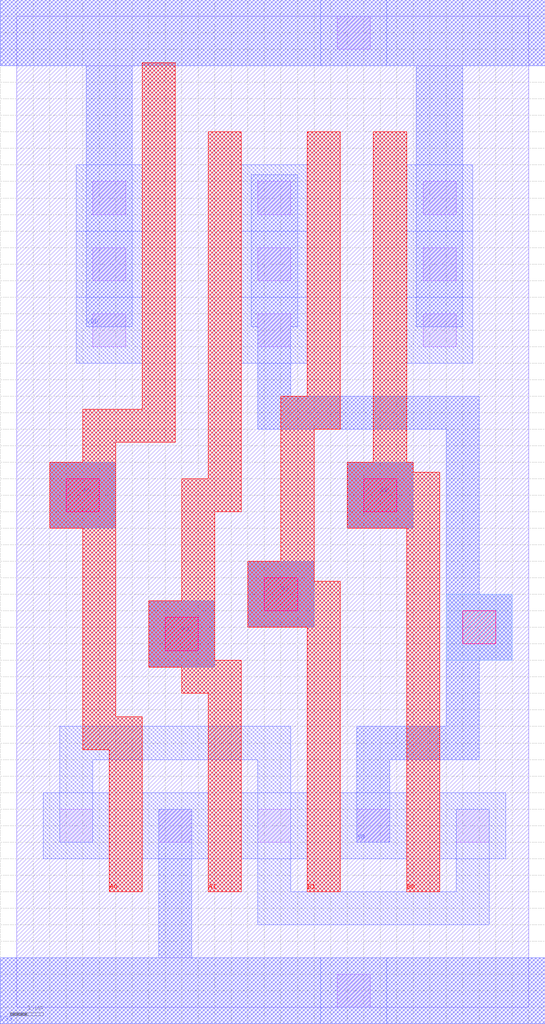
<source format=lef>
VERSION 5.3 ;

NAMESCASESENSITIVE ON ;

UNITS
  DATABASE MICRONS 1000 ;
END UNITS











MACRO na222LEF
  CLASS BLOCK ;
  PIN A0
    DIRECTION INPUT ;
    PORT
      LAYER POL ;
        POLYGON 1.000 16.500  1.000 14.500  2.000 14.500  2.000 7.800  2.800 
        7.800  2.800 3.500  3.800 3.500  3.800 8.800  3.000 8.800  3.000 
        17.100  4.800 17.100  4.800 28.600  3.800 28.600  3.800 18.100  2.000 
        18.100  2.000 16.500  1.000 16.500  ;
    END
    PORT
      LAYER ML1 ;
        POLYGON 1.000 14.500  1.000 16.500  3.000 16.500  3.000 14.500  1.000 
        14.500  ;
    END
  END A0
  PIN A1
    DIRECTION INPUT ;
    PORT
      LAYER POL ;
        POLYGON 4.000 12.300  4.000 10.300  5.000 10.300  5.000 9.500  5.800 
        9.500  5.800 3.500  6.800 3.500  6.800 10.500  6.000 10.500  6.000 
        15.000  6.800 15.000  6.800 26.500  5.800 26.500  5.800 16.000  5.000 
        16.000  5.000 12.300  4.000 12.300  ;
    END
    PORT
      LAYER ML1 ;
        POLYGON 4.000 10.300  4.000 12.300  6.000 12.300  6.000 10.300  4.000 
        10.300  ;
    END
  END A1
  PIN B0
    DIRECTION INPUT ;
    PORT
      LAYER POL ;
        POLYGON 10.000 16.500  10.000 14.500  11.800 14.500  11.800 3.500  
        12.800 3.500  12.800 16.200  12.000 16.200  12.000 16.500  11.800 
        16.500  11.800 26.500  10.800 26.500  10.800 16.500  10.000 16.500  ;
    END
    PORT
      LAYER ML1 ;
        POLYGON 10.000 14.500  10.000 16.500  12.000 16.500  12.000 14.500  
        10.000 14.500  ;
    END
  END B0
  PIN B1
    DIRECTION INPUT ;
    PORT
      LAYER POL ;
        POLYGON 7.000 13.500  7.000 11.500  8.800 11.500  8.800 3.500  9.800 
        3.500  9.800 12.900  9.000 12.900  9.000 17.500  9.800 17.500  9.800 
        26.500  8.800 26.500  8.800 18.500  8.000 18.500  8.000 13.500  7.000 
        13.500  ;
    END
    PORT
      LAYER ML1 ;
        POLYGON 7.000 11.500  7.000 13.500  9.000 13.500  9.000 11.500  7.000 
        11.500  ;
    END
  END B1
  PIN VDD
    DIRECTION INOUT ;
    PORT
      LAYER ML1 ;
        POLYGON -0.500 30.500  -0.500 28.500  2.100 28.500  2.100 20.600  
        3.500 20.600  3.500 28.500  12.100 28.500  12.100 20.600  13.500 
        20.600  13.500 28.500  16.000 28.500  16.000 30.500  -0.500 30.500  ;
    END
  END VDD
  PIN VSS
    DIRECTION INOUT ;
    PORT
      LAYER ML1 ;
        POLYGON -0.500 1.500  -0.500 -0.500  16.000 -0.500  16.000 1.500  
        5.300 1.500  5.300 6.000  4.300 6.000  4.300 1.500  -0.500 1.500  ;
    END
  END VSS
  PIN YB
    DIRECTION OUTPUT ;
    PORT
      LAYER ML1 ;
        POLYGON 10.300 8.500  10.300 5.000  11.300 5.000  11.300 7.500  14.000 
        7.500  14.000 10.500  15.000 10.500  15.000 12.500  14.000 12.500  
        14.000 18.500  8.300 18.500  8.300 20.600  8.500 20.600  8.500 25.200  
        7.100 25.200  7.100 20.600  7.300 20.600  7.300 17.500  13.000 17.500  
        13.000 8.500  10.300 8.500  ;
    END
  END YB
  OBS
    LAYER CNT ;
      POLYGON 10.300 5.000  10.300 6.000  11.300 6.000  11.300 5.000  10.300 
      5.000  ;
      POLYGON 12.300 20.000  12.300 21.000  13.300 21.000  13.300 20.000  
      12.300 20.000  ;
      POLYGON 12.300 22.000  12.300 23.000  13.300 23.000  13.300 22.000  
      12.300 22.000  ;
      POLYGON 12.300 24.000  12.300 25.000  13.300 25.000  13.300 24.000  
      12.300 24.000  ;
      POLYGON 13.300 5.000  13.300 6.000  14.300 6.000  14.300 5.000  13.300 
      5.000  ;
      POLYGON 10.500 15.000  10.500 16.000  11.500 16.000  11.500 15.000  
      10.500 15.000  ;
      POLYGON 7.500 12.000  7.500 13.000  8.500 13.000  8.500 12.000  7.500 
      12.000  ;
      POLYGON 9.700 29.000  9.700 30.000  10.700 30.000  10.700 29.000  9.700 
      29.000  ;
      POLYGON 4.500 10.800  4.500 11.800  5.500 11.800  5.500 10.800  4.500 
      10.800  ;
      POLYGON 1.500 15.000  1.500 16.000  2.500 16.000  2.500 15.000  1.500 
      15.000  ;
      POLYGON 9.700 0.000  9.700 1.000  10.700 1.000  10.700 0.000  9.700 
      0.000  ;
      POLYGON 7.300 5.000  7.300 6.000  8.300 6.000  8.300 5.000  7.300 5.000  ;
      
      POLYGON 7.300 20.000  7.300 21.000  8.300 21.000  8.300 20.000  7.300 
      20.000  ;
      POLYGON 7.300 22.000  7.300 23.000  8.300 23.000  8.300 22.000  7.300 
      22.000  ;
      POLYGON 7.300 24.000  7.300 25.000  8.300 25.000  8.300 24.000  7.300 
      24.000  ;
      POLYGON 4.300 5.000  4.300 6.000  5.300 6.000  5.300 5.000  4.300 5.000  ;
      
      POLYGON 2.300 24.000  2.300 25.000  3.300 25.000  3.300 24.000  2.300 
      24.000  ;
      POLYGON 2.300 20.000  2.300 21.000  3.300 21.000  3.300 20.000  2.300 
      20.000  ;
      POLYGON 2.300 22.000  2.300 23.000  3.300 23.000  3.300 22.000  2.300 
      22.000  ;
      POLYGON 1.300 5.000  1.300 6.000  2.300 6.000  2.300 5.000  1.300 5.000  ;
      
    LAYER FRAME ;
      RECT -0.500 28.500  16.000 30.500  ;
      RECT -0.500 -0.500  16.000 1.500  ;
      POLYGON 0.000 0.000  15.500 0.000  15.500 30.000  0.000 30.000  0.000 
      0.000  ;
    LAYER ML1 ;
      POLYGON 4.000 10.300  4.000 12.300  6.000 12.300  6.000 10.300  4.000 
      10.300  ;
      POLYGON 1.000 14.500  1.000 16.500  3.000 16.500  3.000 14.500  1.000 
      14.500  ;
      RECT 9.200 -0.500  11.200 1.500  ;
      POLYGON 7.000 11.500  7.000 13.500  9.000 13.500  9.000 11.500  7.000 
      11.500  ;
      POLYGON 10.000 14.500  10.000 16.500  12.000 16.500  12.000 14.500  
      10.000 14.500  ;
      RECT 1.000 14.500  3.000 16.500  ;
      RECT 4.000 10.300  6.000 12.300  ;
      RECT 9.200 28.500  11.200 30.500  ;
      RECT 7.000 11.500  9.000 13.500  ;
      RECT 10.000 14.500  12.000 16.500  ;
      RECT 12.800 4.500  14.800 6.500  ;
      RECT 11.800 23.500  13.800 25.500  ;
      RECT 11.800 21.500  13.800 23.500  ;
      RECT 11.800 19.500  13.800 21.500  ;
      RECT 9.800 4.500  11.800 6.500  ;
      RECT 6.800 4.500  8.800 6.500  ;
      RECT 6.800 19.500  8.800 21.500  ;
      RECT 6.800 21.500  8.800 23.500  ;
      RECT 6.800 23.500  8.800 25.500  ;
      RECT 3.800 4.500  5.800 6.500  ;
      RECT 1.800 23.500  3.800 25.500  ;
      RECT 1.800 19.500  3.800 21.500  ;
      RECT 1.800 21.500  3.800 23.500  ;
      RECT 0.800 4.500  2.800 6.500  ;
      POLYGON -0.500 30.500  -0.500 28.500  2.100 28.500  2.100 20.600  3.500 
      20.600  3.500 28.500  12.100 28.500  12.100 20.600  13.500 20.600  
      13.500 28.500  16.000 28.500  16.000 30.500  -0.500 30.500  ;
      POLYGON -0.500 1.500  -0.500 -0.500  16.000 -0.500  16.000 1.500  5.300 
      1.500  5.300 6.000  4.300 6.000  4.300 1.500  -0.500 1.500  ;
      POLYGON 1.300 8.500  1.300 5.000  2.300 5.000  2.300 7.500  7.300 7.500  
      7.300 2.500  14.300 2.500  14.300 6.000  13.300 6.000  13.300 3.500  
      8.300 3.500  8.300 8.500  1.300 8.500  ;
      POLYGON 10.300 8.500  10.300 5.000  11.300 5.000  11.300 7.500  14.000 
      7.500  14.000 10.500  15.000 10.500  15.000 12.500  14.000 12.500  
      14.000 18.500  8.300 18.500  8.300 20.600  8.500 20.600  8.500 25.200  
      7.100 25.200  7.100 20.600  7.300 20.600  7.300 17.500  13.000 17.500  
      13.000 8.500  10.300 8.500  ;
    LAYER ML2 ;
      POLYGON 13.000 12.500  13.000 10.500  15.000 10.500  15.000 12.500  
      13.000 12.500  ;
      POLYGON 10.000 14.500  10.000 16.500  12.000 16.500  12.000 14.500  
      10.000 14.500  ;
      POLYGON 7.000 11.500  7.000 13.500  9.000 13.500  9.000 11.500  7.000 
      11.500  ;
      POLYGON 4.000 10.300  4.000 12.300  6.000 12.300  6.000 10.300  4.000 
      10.300  ;
      POLYGON 1.000 14.500  1.000 16.500  3.000 16.500  3.000 14.500  1.000 
      14.500  ;
    LAYER POL ;
      POLYGON 10.000 16.500  10.000 14.500  11.800 14.500  11.800 3.500  
      12.800 3.500  12.800 16.200  12.000 16.200  12.000 16.500  11.800 16.500 
       11.800 26.500  10.800 26.500  10.800 16.500  10.000 16.500  ;
      POLYGON 7.000 13.500  7.000 11.500  8.800 11.500  8.800 3.500  9.800 
      3.500  9.800 12.900  9.000 12.900  9.000 17.500  9.800 17.500  9.800 
      26.500  8.800 26.500  8.800 18.500  8.000 18.500  8.000 13.500  7.000 
      13.500  ;
      POLYGON 4.000 12.300  4.000 10.300  5.000 10.300  5.000 9.500  5.800 
      9.500  5.800 3.500  6.800 3.500  6.800 10.500  6.000 10.500  6.000 
      15.000  6.800 15.000  6.800 26.500  5.800 26.500  5.800 16.000  5.000 
      16.000  5.000 12.300  4.000 12.300  ;
      POLYGON 1.000 16.500  1.000 14.500  2.000 14.500  2.000 7.800  2.800 
      7.800  2.800 3.500  3.800 3.500  3.800 8.800  3.000 8.800  3.000 17.100  
      4.800 17.100  4.800 28.600  3.800 28.600  3.800 18.100  2.000 18.100  
      2.000 16.500  1.000 16.500  ;
    LAYER VIA1 ;
      POLYGON 10.500 15.000  10.500 16.000  11.500 16.000  11.500 15.000  
      10.500 15.000  ;
      POLYGON 7.500 12.000  7.500 13.000  8.500 13.000  8.500 12.000  7.500 
      12.000  ;
      POLYGON 4.500 10.800  4.500 11.800  5.500 11.800  5.500 10.800  4.500 
      10.800  ;
      POLYGON 13.500 11.000  13.500 12.000  14.500 12.000  14.500 11.000  
      13.500 11.000  ;
      POLYGON 1.500 15.000  1.500 16.000  2.500 16.000  2.500 15.000  1.500 
      15.000  ;
  END
END na222LEF


END LIBRARY

</source>
